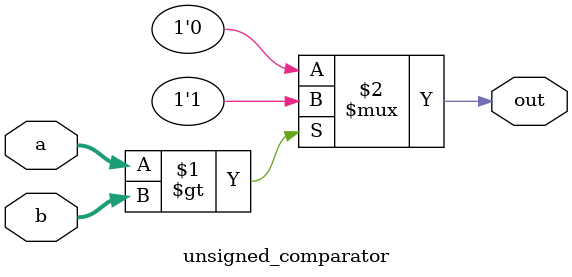
<source format=v>

module unsigned_comparator
  (
    input wire[7:0] a, b,
    output wire     out
  );

  assign out = a > b ? 1'b1 : 1'b0;

endmodule
</source>
